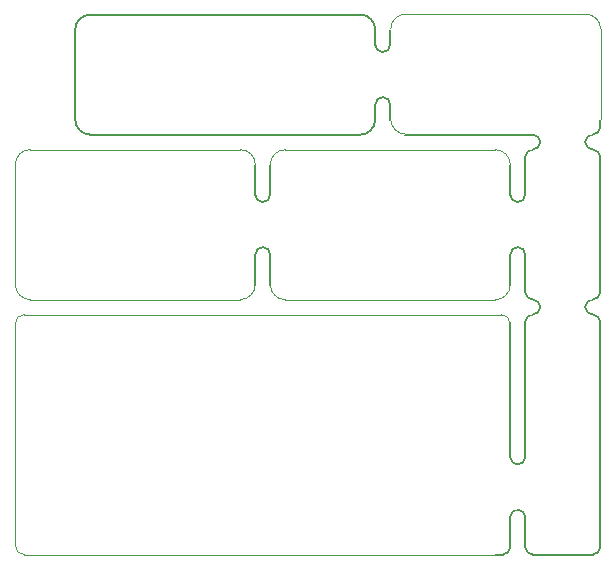
<source format=gbr>
G04 (created by PCBNEW (2014-01-10 BZR 4027)-stable) date Thursday, November 27, 2014 'pmt' 01:46:01 pm*
%MOIN*%
G04 Gerber Fmt 3.4, Leading zero omitted, Abs format*
%FSLAX34Y34*%
G01*
G70*
G90*
G04 APERTURE LIST*
%ADD10C,0.00393701*%
%ADD11C,0.00590551*%
G04 APERTURE END LIST*
G54D10*
G54D11*
X82750Y-26250D02*
X82750Y-25750D01*
X82250Y-26250D02*
X82250Y-25750D01*
X82750Y-23750D02*
X82750Y-23250D01*
X82250Y-23750D02*
X82250Y-23250D01*
X82750Y-25750D02*
G75*
G03X82500Y-25500I-250J0D01*
G74*
G01*
X82500Y-25500D02*
G75*
G03X82250Y-25750I0J-250D01*
G74*
G01*
X82500Y-24000D02*
G75*
G03X82750Y-23750I0J250D01*
G74*
G01*
X82250Y-23750D02*
G75*
G03X82500Y-24000I250J0D01*
G74*
G01*
X86750Y-39500D02*
X86750Y-40500D01*
X86250Y-40750D02*
X86500Y-40750D01*
X86500Y-40750D02*
G75*
G03X86750Y-40500I0J250D01*
G74*
G01*
X86750Y-37500D02*
X86750Y-33000D01*
X87500Y-26750D02*
X83250Y-26750D01*
X89750Y-26500D02*
X89750Y-26250D01*
X87750Y-27000D02*
G75*
G03X87500Y-26750I-250J0D01*
G74*
G01*
X87500Y-27250D02*
G75*
G03X87750Y-27000I0J250D01*
G74*
G01*
X89500Y-26750D02*
G75*
G03X89750Y-26500I0J250D01*
G74*
G01*
X89500Y-26750D02*
G75*
G03X89250Y-27000I0J-250D01*
G74*
G01*
X89250Y-27000D02*
G75*
G03X89500Y-27250I250J0D01*
G74*
G01*
X78750Y-28750D02*
X78750Y-27750D01*
X78250Y-28750D02*
X78250Y-27750D01*
X78750Y-31750D02*
X78750Y-30750D01*
X78250Y-31750D02*
X78250Y-30750D01*
X78500Y-29000D02*
G75*
G03X78750Y-28750I0J250D01*
G74*
G01*
X78250Y-28750D02*
G75*
G03X78500Y-29000I250J0D01*
G74*
G01*
X78750Y-30750D02*
G75*
G03X78500Y-30500I-250J0D01*
G74*
G01*
X78500Y-30500D02*
G75*
G03X78250Y-30750I0J-250D01*
G74*
G01*
X86750Y-28750D02*
X86750Y-27750D01*
X86750Y-31750D02*
X86750Y-30750D01*
X87250Y-32000D02*
X87250Y-30750D01*
X87250Y-28750D02*
X87250Y-27500D01*
X87000Y-29000D02*
G75*
G03X87250Y-28750I0J250D01*
G74*
G01*
X86750Y-28750D02*
G75*
G03X87000Y-29000I250J0D01*
G74*
G01*
X87250Y-30750D02*
G75*
G03X87000Y-30500I-250J0D01*
G74*
G01*
X87000Y-30500D02*
G75*
G03X86750Y-30750I0J-250D01*
G74*
G01*
X87250Y-37500D02*
X87250Y-33000D01*
X87250Y-40500D02*
X87250Y-39500D01*
X87000Y-37750D02*
G75*
G03X87250Y-37500I0J250D01*
G74*
G01*
X86750Y-37500D02*
G75*
G03X87000Y-37750I250J0D01*
G74*
G01*
X87000Y-39250D02*
G75*
G03X86750Y-39500I0J-250D01*
G74*
G01*
X87250Y-39500D02*
G75*
G03X87000Y-39250I-250J0D01*
G74*
G01*
X89500Y-40750D02*
X87500Y-40750D01*
X89750Y-33000D02*
X89750Y-40500D01*
X87250Y-40500D02*
G75*
G03X87500Y-40750I250J0D01*
G74*
G01*
X89500Y-40750D02*
G75*
G03X89750Y-40500I0J250D01*
G74*
G01*
X89750Y-27500D02*
X89750Y-32000D01*
X87500Y-27250D02*
G75*
G03X87250Y-27500I0J-250D01*
G74*
G01*
X89750Y-27500D02*
G75*
G03X89500Y-27250I-250J0D01*
G74*
G01*
X87250Y-32000D02*
G75*
G03X87500Y-32250I250J0D01*
G74*
G01*
X87750Y-32500D02*
G75*
G03X87500Y-32250I-250J0D01*
G74*
G01*
X87500Y-32750D02*
G75*
G03X87750Y-32500I0J250D01*
G74*
G01*
X87500Y-32750D02*
G75*
G03X87250Y-33000I0J-250D01*
G74*
G01*
X89500Y-32250D02*
G75*
G03X89750Y-32000I0J250D01*
G74*
G01*
X89500Y-32250D02*
G75*
G03X89250Y-32500I0J-250D01*
G74*
G01*
X89750Y-33000D02*
G75*
G03X89500Y-32750I-250J0D01*
G74*
G01*
X89250Y-32500D02*
G75*
G03X89500Y-32750I250J0D01*
G74*
G01*
G54D10*
X70550Y-32750D02*
X86450Y-32750D01*
X86350Y-40750D02*
X70550Y-40750D01*
X70250Y-33050D02*
X70250Y-40450D01*
X70550Y-32750D02*
G75*
G03X70250Y-33050I0J-300D01*
G74*
G01*
X70250Y-40450D02*
G75*
G03X70550Y-40750I300J0D01*
G74*
G01*
X86750Y-33050D02*
G75*
G03X86450Y-32750I-300J0D01*
G74*
G01*
X83265Y-22735D02*
X89265Y-22735D01*
X89765Y-23235D02*
X89765Y-26235D01*
X82765Y-26235D02*
G75*
G03X83265Y-26735I500J0D01*
G74*
G01*
X89765Y-23235D02*
G75*
G03X89265Y-22735I-500J0D01*
G74*
G01*
X83265Y-22735D02*
G75*
G03X82765Y-23235I0J-500D01*
G74*
G01*
X79250Y-27255D02*
X86250Y-27255D01*
X86250Y-32255D02*
X79250Y-32255D01*
X86250Y-32255D02*
G75*
G03X86750Y-31755I0J500D01*
G74*
G01*
X86750Y-27755D02*
G75*
G03X86250Y-27255I-500J0D01*
G74*
G01*
X79250Y-27255D02*
G75*
G03X78750Y-27755I0J-500D01*
G74*
G01*
X78750Y-31755D02*
G75*
G03X79250Y-32255I500J0D01*
G74*
G01*
X78250Y-27750D02*
G75*
G03X77750Y-27250I-500J0D01*
G74*
G01*
X77750Y-32250D02*
G75*
G03X78250Y-31750I0J500D01*
G74*
G01*
X70250Y-31750D02*
G75*
G03X70750Y-32250I500J0D01*
G74*
G01*
X70750Y-27250D02*
G75*
G03X70250Y-27750I0J-500D01*
G74*
G01*
X70750Y-27250D02*
X77750Y-27250D01*
X70250Y-31750D02*
X70250Y-27750D01*
X70750Y-32250D02*
X77750Y-32250D01*
G54D11*
X72750Y-26750D02*
X81750Y-26750D01*
X72250Y-23250D02*
X72250Y-26250D01*
X81750Y-22750D02*
X72750Y-22750D01*
X72750Y-22750D02*
G75*
G03X72250Y-23250I0J-500D01*
G74*
G01*
X72250Y-26250D02*
G75*
G03X72750Y-26750I500J0D01*
G74*
G01*
X81750Y-26750D02*
G75*
G03X82250Y-26250I0J500D01*
G74*
G01*
X82250Y-23250D02*
G75*
G03X81750Y-22750I-500J0D01*
G74*
G01*
M02*

</source>
